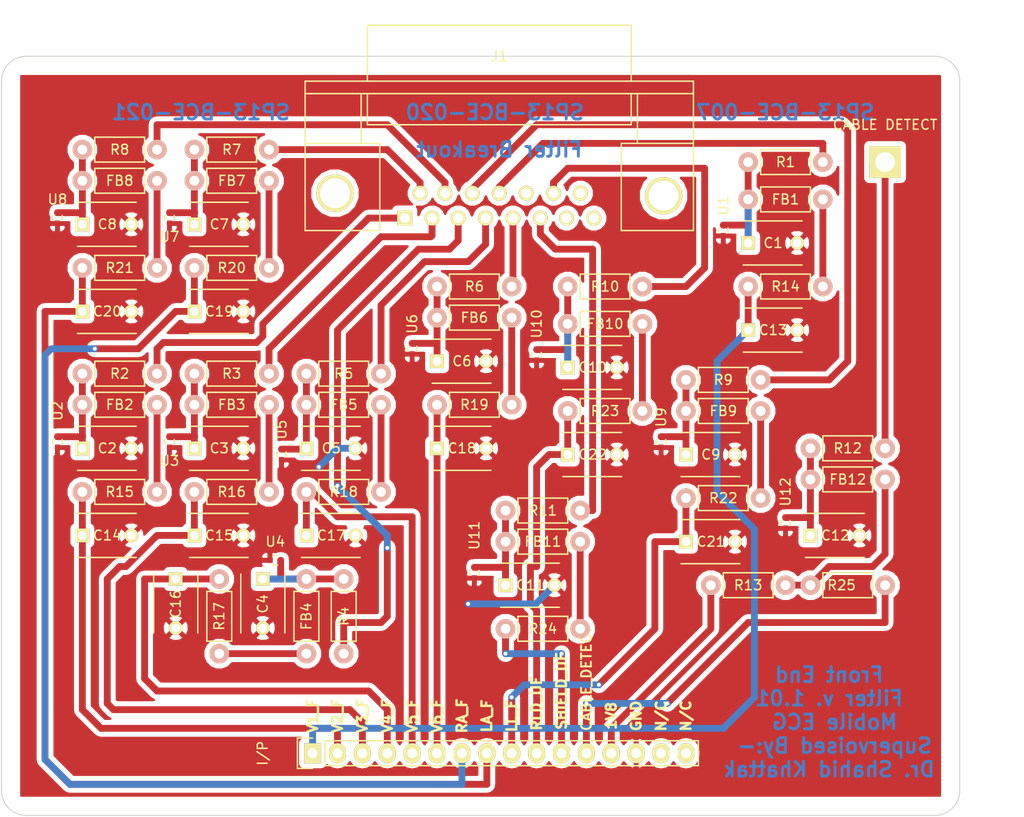
<source format=kicad_pcb>
(kicad_pcb (version 4) (host pcbnew 4.0.4+e1-6308~48~ubuntu16.04.1-stable)
  (title_block (title "MobilECG main PCB") (date 2015.10.01) (rev 1.0) (company "Peter Isza") (comment 1 "Licensed under Creative Commons Attribution-ShareAlike 4.0 International License"))
  (layers (0 Front signal) (31 Back power) (34 B.Paste user) (35 F.Paste user) (36 B.SilkS user) (37 F.SilkS user) (38 B.Mask user) (39 F.Mask user) (44 Edge.Cuts user))
  (net 0 "")
  (net 1 "Net-(C1-Pad1)")
  (net 2 GND)
  (net 3 "Net-(C2-Pad1)")
  (net 4 "Net-(C3-Pad1)")
  (net 5 "Net-(C5-Pad1)")
  (net 6 "Net-(C6-Pad1)")
  (net 7 "Net-(C7-Pad1)")
  (net 8 "Net-(C8-Pad1)")
  (net 9 "Net-(C9-Pad1)")
  (net 10 "Net-(C11-Pad1)")
  (net 11 RLD_UF)
  (net 12 V1_F)
  (net 13 V2_F)
  (net 14 V3_F)
  (net 15 V4_F)
  (net 16 V5_F)
  (net 17 V6_F)
  (net 18 RA_F)
  (net 19 LA_F)
  (net 20 LL_F)
  (net 21 +1V8)
  (net 22 "Net-(FB2-Pad2)")
  (net 23 "Net-(FB3-Pad2)")
  (net 24 "Net-(FB4-Pad2)")
  (net 25 "Net-(FB5-Pad2)")
  (net 26 "Net-(FB6-Pad2)")
  (net 27 "Net-(FB7-Pad2)")
  (net 28 "Net-(FB8-Pad2)")
  (net 29 "Net-(FB9-Pad2)")
  (net 30 "Net-(FB10-Pad2)")
  (net 31 "Net-(FB11-Pad2)")
  (net 32 V1)
  (net 33 V2)
  (net 34 V3)
  (net 35 V4)
  (net 36 V5)
  (net 37 V6)
  (net 38 RA)
  (net 39 LA)
  (net 40 LL)
  (net 41 RLD)
  (net 42 SHIELD)
  (net 43 DETECT)
  (net 44 SHIELD_UF)
  (net 45 CABLE_DETECT)
  (net 46 "Net-(C4-Pad1)")
  (net 47 "Net-(C10-Pad1)")
  (net 48 "Net-(C12-Pad1)")
  (net 49 "Net-(FB1-Pad2)")
  (net 50 "Net-(FB12-Pad1)")
  (net 51 "Net-(P2-Pad15)")
  (net 52 "Net-(P2-Pad16)")
  (net 53 "Net-(J1-Pad7)")
  (net 54 "Net-(J1-Pad8)")
  (net 55 "Net-(J1-Pad13)")
  (net 56 "Net-(J1-Pad15)")
  (module Capacitors_ThroughHole:C_Disc_D6_P5 (layer Front) (at 194.31 80.01)
    (fp_text reference C1 (at 2.54 0) (layer F.SilkS))
    (fp_text value 47pF)
    (pad 1 thru_hole rect (at 0 0) (size 1.4 1.4) (drill 0.9) (layers *.Cu *.Mask F.SilkS) (net 1 "Net-(C1-Pad1)"))
    (pad 2 thru_hole circle (at 5 0) (size 1.4 1.4) (drill 0.9) (layers *.Cu *.Mask F.SilkS) (net 2 GND))
  )
  (module Capacitors_ThroughHole:C_Disc_D6_P5 (layer Front) (at 126.365 100.965)
    (fp_text reference C2 (at 2.54 0) (layer F.SilkS))
    (fp_text value 47pF)
    (pad 1 thru_hole rect (at 0 0) (size 1.4 1.4) (drill 0.9) (layers *.Cu *.Mask F.SilkS) (net 3 "Net-(C2-Pad1)"))
    (pad 2 thru_hole circle (at 5 0) (size 1.4 1.4) (drill 0.9) (layers *.Cu *.Mask F.SilkS) (net 2 GND))
  )
  (module Capacitors_ThroughHole:C_Disc_D6_P5 (layer Front) (at 137.795 100.965)
    (fp_text reference C3 (at 2.54 0) (layer F.SilkS))
    (fp_text value 47pF)
    (pad 1 thru_hole rect (at 0 0) (size 1.4 1.4) (drill 0.9) (layers *.Cu *.Mask F.SilkS) (net 4 "Net-(C3-Pad1)"))
    (pad 2 thru_hole circle (at 5 0) (size 1.4 1.4) (drill 0.9) (layers *.Cu *.Mask F.SilkS) (net 2 GND))
  )
  (module Capacitors_ThroughHole:C_Disc_D6_P5 (layer Front) (at 144.78 114.3 270)
    (fp_text reference C4 (at 2.54 0 270) (layer F.SilkS))
    (fp_text value 47pF)
    (pad 1 thru_hole rect (at 0 0 270) (size 1.4 1.4) (drill 0.9) (layers *.Cu *.Mask F.SilkS) (net 46 "Net-(C4-Pad1)"))
    (pad 2 thru_hole circle (at 5 0 270) (size 1.4 1.4) (drill 0.9) (layers *.Cu *.Mask F.SilkS) (net 2 GND))
  )
  (module Capacitors_ThroughHole:C_Disc_D6_P5 (layer Front) (at 149.225 100.965)
    (fp_text reference C5 (at 2.54 0) (layer F.SilkS))
    (fp_text value 47pF)
    (pad 1 thru_hole rect (at 0 0) (size 1.4 1.4) (drill 0.9) (layers *.Cu *.Mask F.SilkS) (net 5 "Net-(C5-Pad1)"))
    (pad 2 thru_hole circle (at 5 0) (size 1.4 1.4) (drill 0.9) (layers *.Cu *.Mask F.SilkS) (net 2 GND))
  )
  (module Capacitors_ThroughHole:C_Disc_D6_P5 (layer Front) (at 162.56 92.075)
    (fp_text reference C6 (at 2.54 0) (layer F.SilkS))
    (fp_text value 47pF)
    (pad 1 thru_hole rect (at 0 0) (size 1.4 1.4) (drill 0.9) (layers *.Cu *.Mask F.SilkS) (net 6 "Net-(C6-Pad1)"))
    (pad 2 thru_hole circle (at 5 0) (size 1.4 1.4) (drill 0.9) (layers *.Cu *.Mask F.SilkS) (net 2 GND))
  )
  (module Capacitors_ThroughHole:C_Disc_D6_P5 (layer Front) (at 137.795 78.105)
    (fp_text reference C7 (at 2.54 0) (layer F.SilkS))
    (fp_text value 47pF)
    (pad 1 thru_hole rect (at 0 0) (size 1.4 1.4) (drill 0.9) (layers *.Cu *.Mask F.SilkS) (net 7 "Net-(C7-Pad1)"))
    (pad 2 thru_hole circle (at 5 0) (size 1.4 1.4) (drill 0.9) (layers *.Cu *.Mask F.SilkS) (net 2 GND))
  )
  (module Capacitors_ThroughHole:C_Disc_D6_P5 (layer Front) (at 126.365 78.105)
    (fp_text reference C8 (at 2.54 0) (layer F.SilkS))
    (fp_text value 47pF)
    (pad 1 thru_hole rect (at 0 0) (size 1.4 1.4) (drill 0.9) (layers *.Cu *.Mask F.SilkS) (net 8 "Net-(C8-Pad1)"))
    (pad 2 thru_hole circle (at 5 0) (size 1.4 1.4) (drill 0.9) (layers *.Cu *.Mask F.SilkS) (net 2 GND))
  )
  (module Capacitors_ThroughHole:C_Disc_D6_P5 (layer Front) (at 187.96 101.6)
    (fp_text reference C9 (at 2.54 0) (layer F.SilkS))
    (fp_text value 47pF)
    (pad 1 thru_hole rect (at 0 0) (size 1.4 1.4) (drill 0.9) (layers *.Cu *.Mask F.SilkS) (net 9 "Net-(C9-Pad1)"))
    (pad 2 thru_hole circle (at 5 0) (size 1.4 1.4) (drill 0.9) (layers *.Cu *.Mask F.SilkS) (net 2 GND))
  )
  (module Capacitors_ThroughHole:C_Disc_D6_P5 (layer Front) (at 175.895 92.71)
    (fp_text reference C10 (at 2.54 0) (layer F.SilkS))
    (fp_text value 47pF)
    (pad 1 thru_hole rect (at 0 0) (size 1.4 1.4) (drill 0.9) (layers *.Cu *.Mask F.SilkS) (net 47 "Net-(C10-Pad1)"))
    (pad 2 thru_hole circle (at 5 0) (size 1.4 1.4) (drill 0.9) (layers *.Cu *.Mask F.SilkS) (net 2 GND))
  )
  (module Capacitors_ThroughHole:C_Disc_D6_P5 (layer Front) (at 169.545 114.935)
    (fp_text reference C11 (at 2.54 0) (layer F.SilkS))
    (fp_text value 47pF)
    (pad 1 thru_hole rect (at 0 0) (size 1.4 1.4) (drill 0.9) (layers *.Cu *.Mask F.SilkS) (net 10 "Net-(C11-Pad1)"))
    (pad 2 thru_hole circle (at 5 0) (size 1.4 1.4) (drill 0.9) (layers *.Cu *.Mask F.SilkS) (net 2 GND))
  )
  (module Capacitors_ThroughHole:C_Disc_D6_P5 (layer Front) (at 200.66 109.855)
    (fp_text reference C12 (at 2.54 0) (layer F.SilkS))
    (fp_text value 47pF)
    (pad 1 thru_hole rect (at 0 0) (size 1.4 1.4) (drill 0.9) (layers *.Cu *.Mask F.SilkS) (net 48 "Net-(C12-Pad1)"))
    (pad 2 thru_hole circle (at 5 0) (size 1.4 1.4) (drill 0.9) (layers *.Cu *.Mask F.SilkS) (net 2 GND))
  )
  (module Capacitors_ThroughHole:C_Disc_D6_P5 (layer Front) (at 194.31 88.9)
    (fp_text reference C13 (at 2.54 0) (layer F.SilkS))
    (fp_text value 47pF)
    (pad 1 thru_hole rect (at 0 0) (size 1.4 1.4) (drill 0.9) (layers *.Cu *.Mask F.SilkS) (net 12 V1_F))
    (pad 2 thru_hole circle (at 5 0) (size 1.4 1.4) (drill 0.9) (layers *.Cu *.Mask F.SilkS) (net 2 GND))
  )
  (module Capacitors_ThroughHole:C_Disc_D6_P5 (layer Front) (at 126.365 109.855)
    (fp_text reference C14 (at 2.54 0) (layer F.SilkS))
    (fp_text value 47pF)
    (pad 1 thru_hole rect (at 0 0) (size 1.4 1.4) (drill 0.9) (layers *.Cu *.Mask F.SilkS) (net 13 V2_F))
    (pad 2 thru_hole circle (at 5 0) (size 1.4 1.4) (drill 0.9) (layers *.Cu *.Mask F.SilkS) (net 2 GND))
  )
  (module Capacitors_ThroughHole:C_Disc_D6_P5 (layer Front) (at 137.795 109.855)
    (fp_text reference C15 (at 2.54 0) (layer F.SilkS))
    (fp_text value 47pF)
    (pad 1 thru_hole rect (at 0 0) (size 1.4 1.4) (drill 0.9) (layers *.Cu *.Mask F.SilkS) (net 14 V3_F))
    (pad 2 thru_hole circle (at 5 0) (size 1.4 1.4) (drill 0.9) (layers *.Cu *.Mask F.SilkS) (net 2 GND))
  )
  (module Capacitors_ThroughHole:C_Disc_D6_P5 (layer Front) (at 135.89 114.3 270)
    (fp_text reference C16 (at 2.54 0 270) (layer F.SilkS))
    (fp_text value 47pF)
    (pad 1 thru_hole rect (at 0 0 270) (size 1.4 1.4) (drill 0.9) (layers *.Cu *.Mask F.SilkS) (net 15 V4_F))
    (pad 2 thru_hole circle (at 5 0 270) (size 1.4 1.4) (drill 0.9) (layers *.Cu *.Mask F.SilkS) (net 2 GND))
  )
  (module Capacitors_ThroughHole:C_Disc_D6_P5 (layer Front) (at 149.225 109.855)
    (fp_text reference C17 (at 2.54 0) (layer F.SilkS))
    (fp_text value 47pF)
    (pad 1 thru_hole rect (at 0 0) (size 1.4 1.4) (drill 0.9) (layers *.Cu *.Mask F.SilkS) (net 16 V5_F))
    (pad 2 thru_hole circle (at 5 0) (size 1.4 1.4) (drill 0.9) (layers *.Cu *.Mask F.SilkS) (net 2 GND))
  )
  (module Capacitors_ThroughHole:C_Disc_D6_P5 (layer Front) (at 162.56 100.965)
    (fp_text reference C18 (at 2.54 0) (layer F.SilkS))
    (fp_text value 47pF)
    (pad 1 thru_hole rect (at 0 0) (size 1.4 1.4) (drill 0.9) (layers *.Cu *.Mask F.SilkS) (net 17 V6_F))
    (pad 2 thru_hole circle (at 5 0) (size 1.4 1.4) (drill 0.9) (layers *.Cu *.Mask F.SilkS) (net 2 GND))
  )
  (module Capacitors_ThroughHole:C_Disc_D6_P5 (layer Front) (at 137.795 86.995)
    (fp_text reference C19 (at 2.54 0) (layer F.SilkS))
    (fp_text value 47pF)
    (pad 1 thru_hole rect (at 0 0) (size 1.4 1.4) (drill 0.9) (layers *.Cu *.Mask F.SilkS) (net 18 RA_F))
    (pad 2 thru_hole circle (at 5 0) (size 1.4 1.4) (drill 0.9) (layers *.Cu *.Mask F.SilkS) (net 2 GND))
  )
  (module Capacitors_ThroughHole:C_Disc_D6_P5 (layer Front) (at 126.365 86.995)
    (fp_text reference C20 (at 2.54 0) (layer F.SilkS))
    (fp_text value 47pF)
    (pad 1 thru_hole rect (at 0 0) (size 1.4 1.4) (drill 0.9) (layers *.Cu *.Mask F.SilkS) (net 19 LA_F))
    (pad 2 thru_hole circle (at 5 0) (size 1.4 1.4) (drill 0.9) (layers *.Cu *.Mask F.SilkS) (net 2 GND))
  )
  (module Capacitors_ThroughHole:C_Disc_D6_P5 (layer Front) (at 187.96 110.49)
    (fp_text reference C21 (at 2.54 0) (layer F.SilkS))
    (fp_text value 47pF)
    (pad 1 thru_hole rect (at 0 0) (size 1.4 1.4) (drill 0.9) (layers *.Cu *.Mask F.SilkS) (net 20 LL_F))
    (pad 2 thru_hole circle (at 5 0) (size 1.4 1.4) (drill 0.9) (layers *.Cu *.Mask F.SilkS) (net 2 GND))
  )
  (module Capacitors_ThroughHole:C_Disc_D6_P5 (layer Front) (at 175.895 101.6)
    (fp_text reference C22 (at 2.54 0) (layer F.SilkS))
    (fp_text value 47pF)
    (pad 1 thru_hole rect (at 0 0) (size 1.4 1.4) (drill 0.9) (layers *.Cu *.Mask F.SilkS) (net 11 RLD_UF))
    (pad 2 thru_hole circle (at 5 0) (size 1.4 1.4) (drill 0.9) (layers *.Cu *.Mask F.SilkS) (net 2 GND))
  )
  (module Resistors_ThroughHole:Resistor_Horizontal_RM7mm (layer Front) (at 194.31 75.565)
    (fp_text reference FB1 (at 3.81 0) (layer F.SilkS))
    (fp_text value FILTER)
    (pad 1 thru_hole circle (at 0 0) (size 1.99898 1.99898) (drill 1.00076) (layers *.Cu *.SilkS *.Mask) (net 1 "Net-(C1-Pad1)"))
    (pad 2 thru_hole circle (at 7.62 0) (size 1.99898 1.99898) (drill 1.00076) (layers *.Cu *.SilkS *.Mask) (net 49 "Net-(FB1-Pad2)"))
  )
  (module Resistors_ThroughHole:Resistor_Horizontal_RM7mm (layer Front) (at 126.365 96.52)
    (fp_text reference FB2 (at 3.81 0) (layer F.SilkS))
    (fp_text value FILTER)
    (pad 1 thru_hole circle (at 0 0) (size 1.99898 1.99898) (drill 1.00076) (layers *.Cu *.SilkS *.Mask) (net 3 "Net-(C2-Pad1)"))
    (pad 2 thru_hole circle (at 7.62 0) (size 1.99898 1.99898) (drill 1.00076) (layers *.Cu *.SilkS *.Mask) (net 22 "Net-(FB2-Pad2)"))
  )
  (module Resistors_ThroughHole:Resistor_Horizontal_RM7mm (layer Front) (at 137.795 96.52)
    (fp_text reference FB3 (at 3.81 0) (layer F.SilkS))
    (fp_text value FILTER)
    (pad 1 thru_hole circle (at 0 0) (size 1.99898 1.99898) (drill 1.00076) (layers *.Cu *.SilkS *.Mask) (net 4 "Net-(C3-Pad1)"))
    (pad 2 thru_hole circle (at 7.62 0) (size 1.99898 1.99898) (drill 1.00076) (layers *.Cu *.SilkS *.Mask) (net 23 "Net-(FB3-Pad2)"))
  )
  (module Resistors_ThroughHole:Resistor_Horizontal_RM7mm (layer Front) (at 149.225 114.3 270)
    (fp_text reference FB4 (at 3.81 0 270) (layer F.SilkS))
    (fp_text value FILTER)
    (pad 1 thru_hole circle (at 0 0 270) (size 1.99898 1.99898) (drill 1.00076) (layers *.Cu *.SilkS *.Mask) (net 46 "Net-(C4-Pad1)"))
    (pad 2 thru_hole circle (at 7.62 0 270) (size 1.99898 1.99898) (drill 1.00076) (layers *.Cu *.SilkS *.Mask) (net 24 "Net-(FB4-Pad2)"))
  )
  (module Resistors_ThroughHole:Resistor_Horizontal_RM7mm (layer Front) (at 149.225 96.52)
    (fp_text reference FB5 (at 3.81 0) (layer F.SilkS))
    (fp_text value FILTER)
    (pad 1 thru_hole circle (at 0 0) (size 1.99898 1.99898) (drill 1.00076) (layers *.Cu *.SilkS *.Mask) (net 5 "Net-(C5-Pad1)"))
    (pad 2 thru_hole circle (at 7.62 0) (size 1.99898 1.99898) (drill 1.00076) (layers *.Cu *.SilkS *.Mask) (net 25 "Net-(FB5-Pad2)"))
  )
  (module Resistors_ThroughHole:Resistor_Horizontal_RM7mm (layer Front) (at 162.56 87.63)
    (fp_text reference FB6 (at 3.81 0) (layer F.SilkS))
    (fp_text value FILTER)
    (pad 1 thru_hole circle (at 0 0) (size 1.99898 1.99898) (drill 1.00076) (layers *.Cu *.SilkS *.Mask) (net 6 "Net-(C6-Pad1)"))
    (pad 2 thru_hole circle (at 7.62 0) (size 1.99898 1.99898) (drill 1.00076) (layers *.Cu *.SilkS *.Mask) (net 26 "Net-(FB6-Pad2)"))
  )
  (module Resistors_ThroughHole:Resistor_Horizontal_RM7mm (layer Front) (at 137.795 73.66)
    (fp_text reference FB7 (at 3.81 0) (layer F.SilkS))
    (fp_text value FILTER)
    (pad 1 thru_hole circle (at 0 0) (size 1.99898 1.99898) (drill 1.00076) (layers *.Cu *.SilkS *.Mask) (net 7 "Net-(C7-Pad1)"))
    (pad 2 thru_hole circle (at 7.62 0) (size 1.99898 1.99898) (drill 1.00076) (layers *.Cu *.SilkS *.Mask) (net 27 "Net-(FB7-Pad2)"))
  )
  (module Resistors_ThroughHole:Resistor_Horizontal_RM7mm (layer Front) (at 126.365 73.66)
    (fp_text reference FB8 (at 3.81 0) (layer F.SilkS))
    (fp_text value FILTER)
    (pad 1 thru_hole circle (at 0 0) (size 1.99898 1.99898) (drill 1.00076) (layers *.Cu *.SilkS *.Mask) (net 8 "Net-(C8-Pad1)"))
    (pad 2 thru_hole circle (at 7.62 0) (size 1.99898 1.99898) (drill 1.00076) (layers *.Cu *.SilkS *.Mask) (net 28 "Net-(FB8-Pad2)"))
  )
  (module Resistors_ThroughHole:Resistor_Horizontal_RM7mm (layer Front) (at 187.96 97.155)
    (fp_text reference FB9 (at 3.81 0) (layer F.SilkS))
    (fp_text value FILTER)
    (pad 1 thru_hole circle (at 0 0) (size 1.99898 1.99898) (drill 1.00076) (layers *.Cu *.SilkS *.Mask) (net 9 "Net-(C9-Pad1)"))
    (pad 2 thru_hole circle (at 7.62 0) (size 1.99898 1.99898) (drill 1.00076) (layers *.Cu *.SilkS *.Mask) (net 29 "Net-(FB9-Pad2)"))
  )
  (module Resistors_ThroughHole:Resistor_Horizontal_RM7mm (layer Front) (at 175.895 88.265)
    (fp_text reference FB10 (at 3.81 0) (layer F.SilkS))
    (fp_text value FILTER)
    (pad 1 thru_hole circle (at 0 0) (size 1.99898 1.99898) (drill 1.00076) (layers *.Cu *.SilkS *.Mask) (net 47 "Net-(C10-Pad1)"))
    (pad 2 thru_hole circle (at 7.62 0) (size 1.99898 1.99898) (drill 1.00076) (layers *.Cu *.SilkS *.Mask) (net 30 "Net-(FB10-Pad2)"))
  )
  (module Resistors_ThroughHole:Resistor_Horizontal_RM7mm (layer Front) (at 169.545 110.49)
    (fp_text reference FB11 (at 3.81 0) (layer F.SilkS))
    (fp_text value FILTER)
    (pad 1 thru_hole circle (at 0 0) (size 1.99898 1.99898) (drill 1.00076) (layers *.Cu *.SilkS *.Mask) (net 10 "Net-(C11-Pad1)"))
    (pad 2 thru_hole circle (at 7.62 0) (size 1.99898 1.99898) (drill 1.00076) (layers *.Cu *.SilkS *.Mask) (net 31 "Net-(FB11-Pad2)"))
  )
  (module Resistors_ThroughHole:Resistor_Horizontal_RM7mm (layer Front) (at 208.28 104.14 180)
    (fp_text reference FB12 (at 3.81 0 180) (layer F.SilkS))
    (fp_text value FILTER)
    (pad 1 thru_hole circle (at 0 0 180) (size 1.99898 1.99898) (drill 1.00076) (layers *.Cu *.SilkS *.Mask) (net 50 "Net-(FB12-Pad1)"))
    (pad 2 thru_hole circle (at 7.62 0 180) (size 1.99898 1.99898) (drill 1.00076) (layers *.Cu *.SilkS *.Mask) (net 48 "Net-(C12-Pad1)"))
  )
  (module Connect:DB15FC (layer Front) (at 168.91 76.2)
    (fp_text reference J1 (at 0 -15.24) (layer F.SilkS))
    (fp_text value DB15)
    (pad "" thru_hole circle (at 16.764 -1.016) (size 3.81 3.81) (drill 3.048) (layers *.Cu *.Mask F.SilkS))
    (pad "" thru_hole circle (at -16.764 -1.27) (size 3.81 3.81) (drill 3.048) (layers *.Cu *.Mask F.SilkS))
    (pad 1 thru_hole rect (at -9.652 1.27) (size 1.524 1.524) (drill 1.016) (layers *.Cu *.Mask F.SilkS) (net 33 V2))
    (pad 2 thru_hole circle (at -6.858 1.27) (size 1.524 1.524) (drill 1.016) (layers *.Cu *.Mask F.SilkS) (net 34 V3))
    (pad 3 thru_hole circle (at -4.191 1.27) (size 1.524 1.524) (drill 1.016) (layers *.Cu *.Mask F.SilkS) (net 35 V4))
    (pad 4 thru_hole circle (at -1.397 1.27) (size 1.524 1.524) (drill 1.016) (layers *.Cu *.Mask F.SilkS) (net 36 V5))
    (pad 5 thru_hole circle (at 1.397 1.27) (size 1.524 1.524) (drill 1.016) (layers *.Cu *.Mask F.SilkS) (net 37 V6))
    (pad 6 thru_hole circle (at 4.191 1.27) (size 1.524 1.524) (drill 1.016) (layers *.Cu *.Mask F.SilkS) (net 42 SHIELD))
    (pad 7 thru_hole circle (at 6.858 1.27) (size 1.524 1.524) (drill 1.016) (layers *.Cu *.Mask F.SilkS) (net 53 "Net-(J1-Pad7)"))
    (pad 8 thru_hole circle (at 9.652 1.27) (size 1.524 1.524) (drill 1.016) (layers *.Cu *.Mask F.SilkS) (net 54 "Net-(J1-Pad8)"))
    (pad 9 thru_hole circle (at -8.0772 -1.27) (size 1.524 1.524) (drill 1.016) (layers *.Cu *.Mask F.SilkS) (net 38 RA))
    (pad 10 thru_hole circle (at -5.5372 -1.27) (size 1.524 1.524) (drill 1.016) (layers *.Cu *.Mask F.SilkS) (net 39 LA))
    (pad 11 thru_hole circle (at -2.7432 -1.27) (size 1.524 1.524) (drill 1.016) (layers *.Cu *.Mask F.SilkS) (net 40 LL))
    (pad 12 thru_hole circle (at 0 -1.27) (size 1.524 1.524) (drill 1.016) (layers *.Cu *.Mask F.SilkS) (net 32 V1))
    (pad 13 thru_hole circle (at 2.7432 -1.27) (size 1.524 1.524) (drill 1.016) (layers *.Cu *.Mask F.SilkS) (net 55 "Net-(J1-Pad13)"))
    (pad 14 thru_hole circle (at 5.5372 -1.27) (size 1.524 1.524) (drill 1.016) (layers *.Cu *.Mask F.SilkS) (net 41 RLD))
    (pad 15 thru_hole circle (at 8.2804 -1.27) (size 1.524 1.524) (drill 1.016) (layers *.Cu *.Mask F.SilkS) (net 56 "Net-(J1-Pad15)"))
  )
  (module Pin_Headers:Pin_Header_Straight_1x01 (layer Front) (at 208.28 71.755)
    (fp_text reference "CABLE DETECT" (at 0 -3.81) (layer F.SilkS))
    (fp_text value CONN_01X01)
    (pad 1 thru_hole rect (at 0 0) (size 3.2352 3.2352) (drill 2) (layers *.Cu *.Mask F.SilkS) (net 43 DETECT))
  )
  (module Pin_Headers:Pin_Header_Straight_1x16 (layer Front) (at 149.86 132.08 90)
    (fp_text reference I/P (at 0 -5.1 90) (layer F.SilkS))
    (fp_text value CONN_01X16)
    (pad 1 thru_hole rect (at 0 0 90) (size 2.032 1.7272) (drill 1.016) (layers *.Cu *.Mask F.SilkS) (net 12 V1_F))
    (pad 2 thru_hole oval (at 0 2.54 90) (size 2.032 1.7272) (drill 1.016) (layers *.Cu *.Mask F.SilkS) (net 13 V2_F))
    (pad 3 thru_hole oval (at 0 5.08 90) (size 2.032 1.7272) (drill 1.016) (layers *.Cu *.Mask F.SilkS) (net 14 V3_F))
    (pad 4 thru_hole oval (at 0 7.62 90) (size 2.032 1.7272) (drill 1.016) (layers *.Cu *.Mask F.SilkS) (net 15 V4_F))
    (pad 5 thru_hole oval (at 0 10.16 90) (size 2.032 1.7272) (drill 1.016) (layers *.Cu *.Mask F.SilkS) (net 16 V5_F))
    (pad 6 thru_hole oval (at 0 12.7 90) (size 2.032 1.7272) (drill 1.016) (layers *.Cu *.Mask F.SilkS) (net 17 V6_F))
    (pad 7 thru_hole oval (at 0 15.24 90) (size 2.032 1.7272) (drill 1.016) (layers *.Cu *.Mask F.SilkS) (net 18 RA_F))
    (pad 8 thru_hole oval (at 0 17.78 90) (size 2.032 1.7272) (drill 1.016) (layers *.Cu *.Mask F.SilkS) (net 19 LA_F))
    (pad 9 thru_hole oval (at 0 20.32 90) (size 2.032 1.7272) (drill 1.016) (layers *.Cu *.Mask F.SilkS) (net 20 LL_F))
    (pad 10 thru_hole oval (at 0 22.86 90) (size 2.032 1.7272) (drill 1.016) (layers *.Cu *.Mask F.SilkS) (net 11 RLD_UF))
    (pad 11 thru_hole oval (at 0 25.4 90) (size 2.032 1.7272) (drill 1.016) (layers *.Cu *.Mask F.SilkS) (net 44 SHIELD_UF))
    (pad 12 thru_hole oval (at 0 27.94 90) (size 2.032 1.7272) (drill 1.016) (layers *.Cu *.Mask F.SilkS) (net 45 CABLE_DETECT))
    (pad 13 thru_hole oval (at 0 30.48 90) (size 2.032 1.7272) (drill 1.016) (layers *.Cu *.Mask F.SilkS) (net 21 +1V8))
    (pad 14 thru_hole oval (at 0 33.02 90) (size 2.032 1.7272) (drill 1.016) (layers *.Cu *.Mask F.SilkS) (net 2 GND))
    (pad 15 thru_hole oval (at 0 35.56 90) (size 2.032 1.7272) (drill 1.016) (layers *.Cu *.Mask F.SilkS) (net 51 "Net-(P2-Pad15)"))
    (pad 16 thru_hole oval (at 0 38.1 90) (size 2.032 1.7272) (drill 1.016) (layers *.Cu *.Mask F.SilkS) (net 52 "Net-(P2-Pad16)"))
  )
  (module Resistors_ThroughHole:Resistor_Horizontal_RM7mm (layer Front) (at 194.31 71.755)
    (fp_text reference R1 (at 3.81 0) (layer F.SilkS))
    (fp_text value 470)
    (pad 1 thru_hole circle (at 0 0) (size 1.99898 1.99898) (drill 1.00076) (layers *.Cu *.SilkS *.Mask) (net 1 "Net-(C1-Pad1)"))
    (pad 2 thru_hole circle (at 7.62 0) (size 1.99898 1.99898) (drill 1.00076) (layers *.Cu *.SilkS *.Mask) (net 32 V1))
  )
  (module Resistors_ThroughHole:Resistor_Horizontal_RM7mm (layer Front) (at 126.365 93.345)
    (fp_text reference R2 (at 3.81 0) (layer F.SilkS))
    (fp_text value 470)
    (pad 1 thru_hole circle (at 0 0) (size 1.99898 1.99898) (drill 1.00076) (layers *.Cu *.SilkS *.Mask) (net 3 "Net-(C2-Pad1)"))
    (pad 2 thru_hole circle (at 7.62 0) (size 1.99898 1.99898) (drill 1.00076) (layers *.Cu *.SilkS *.Mask) (net 33 V2))
  )
  (module Resistors_ThroughHole:Resistor_Horizontal_RM7mm (layer Front) (at 137.795 93.345)
    (fp_text reference R3 (at 3.81 0) (layer F.SilkS))
    (fp_text value 470)
    (pad 1 thru_hole circle (at 0 0) (size 1.99898 1.99898) (drill 1.00076) (layers *.Cu *.SilkS *.Mask) (net 4 "Net-(C3-Pad1)"))
    (pad 2 thru_hole circle (at 7.62 0) (size 1.99898 1.99898) (drill 1.00076) (layers *.Cu *.SilkS *.Mask) (net 34 V3))
  )
  (module Resistors_ThroughHole:Resistor_Horizontal_RM7mm (layer Front) (at 153.035 114.3 270)
    (fp_text reference R4 (at 3.81 0 270) (layer F.SilkS))
    (fp_text value 470)
    (pad 1 thru_hole circle (at 0 0 270) (size 1.99898 1.99898) (drill 1.00076) (layers *.Cu *.SilkS *.Mask) (net 46 "Net-(C4-Pad1)"))
    (pad 2 thru_hole circle (at 7.62 0 270) (size 1.99898 1.99898) (drill 1.00076) (layers *.Cu *.SilkS *.Mask) (net 35 V4))
  )
  (module Resistors_ThroughHole:Resistor_Horizontal_RM7mm (layer Front) (at 149.225 93.345)
    (fp_text reference R5 (at 3.81 0) (layer F.SilkS))
    (fp_text value 470)
    (pad 1 thru_hole circle (at 0 0) (size 1.99898 1.99898) (drill 1.00076) (layers *.Cu *.SilkS *.Mask) (net 5 "Net-(C5-Pad1)"))
    (pad 2 thru_hole circle (at 7.62 0) (size 1.99898 1.99898) (drill 1.00076) (layers *.Cu *.SilkS *.Mask) (net 36 V5))
  )
  (module Resistors_ThroughHole:Resistor_Horizontal_RM7mm (layer Front) (at 162.56 84.455)
    (fp_text reference R6 (at 3.81 0) (layer F.SilkS))
    (fp_text value 470)
    (pad 1 thru_hole circle (at 0 0) (size 1.99898 1.99898) (drill 1.00076) (layers *.Cu *.SilkS *.Mask) (net 6 "Net-(C6-Pad1)"))
    (pad 2 thru_hole circle (at 7.62 0) (size 1.99898 1.99898) (drill 1.00076) (layers *.Cu *.SilkS *.Mask) (net 37 V6))
  )
  (module Resistors_ThroughHole:Resistor_Horizontal_RM7mm (layer Front) (at 137.795 70.485)
    (fp_text reference R7 (at 3.81 0) (layer F.SilkS))
    (fp_text value 470)
    (pad 1 thru_hole circle (at 0 0) (size 1.99898 1.99898) (drill 1.00076) (layers *.Cu *.SilkS *.Mask) (net 7 "Net-(C7-Pad1)"))
    (pad 2 thru_hole circle (at 7.62 0) (size 1.99898 1.99898) (drill 1.00076) (layers *.Cu *.SilkS *.Mask) (net 38 RA))
  )
  (module Resistors_ThroughHole:Resistor_Horizontal_RM7mm (layer Front) (at 126.365 70.485)
    (fp_text reference R8 (at 3.81 0) (layer F.SilkS))
    (fp_text value 470)
    (pad 1 thru_hole circle (at 0 0) (size 1.99898 1.99898) (drill 1.00076) (layers *.Cu *.SilkS *.Mask) (net 8 "Net-(C8-Pad1)"))
    (pad 2 thru_hole circle (at 7.62 0) (size 1.99898 1.99898) (drill 1.00076) (layers *.Cu *.SilkS *.Mask) (net 39 LA))
  )
  (module Resistors_ThroughHole:Resistor_Horizontal_RM7mm (layer Front) (at 187.96 93.98)
    (fp_text reference R9 (at 3.81 0) (layer F.SilkS))
    (fp_text value 470)
    (pad 1 thru_hole circle (at 0 0) (size 1.99898 1.99898) (drill 1.00076) (layers *.Cu *.SilkS *.Mask) (net 9 "Net-(C9-Pad1)"))
    (pad 2 thru_hole circle (at 7.62 0) (size 1.99898 1.99898) (drill 1.00076) (layers *.Cu *.SilkS *.Mask) (net 40 LL))
  )
  (module Resistors_ThroughHole:Resistor_Horizontal_RM7mm (layer Front) (at 175.895 84.455)
    (fp_text reference R10 (at 3.81 0) (layer F.SilkS))
    (fp_text value 470)
    (pad 1 thru_hole circle (at 0 0) (size 1.99898 1.99898) (drill 1.00076) (layers *.Cu *.SilkS *.Mask) (net 47 "Net-(C10-Pad1)"))
    (pad 2 thru_hole circle (at 7.62 0) (size 1.99898 1.99898) (drill 1.00076) (layers *.Cu *.SilkS *.Mask) (net 41 RLD))
  )
  (module Resistors_ThroughHole:Resistor_Horizontal_RM7mm (layer Front) (at 169.545 107.315)
    (fp_text reference R11 (at 3.81 0) (layer F.SilkS))
    (fp_text value 470)
    (pad 1 thru_hole circle (at 0 0) (size 1.99898 1.99898) (drill 1.00076) (layers *.Cu *.SilkS *.Mask) (net 10 "Net-(C11-Pad1)"))
    (pad 2 thru_hole circle (at 7.62 0) (size 1.99898 1.99898) (drill 1.00076) (layers *.Cu *.SilkS *.Mask) (net 42 SHIELD))
  )
  (module Resistors_ThroughHole:Resistor_Horizontal_RM7mm (layer Front) (at 200.66 100.965)
    (fp_text reference R12 (at 3.81 0) (layer F.SilkS))
    (fp_text value 470)
    (pad 1 thru_hole circle (at 0 0) (size 1.99898 1.99898) (drill 1.00076) (layers *.Cu *.SilkS *.Mask) (net 48 "Net-(C12-Pad1)"))
    (pad 2 thru_hole circle (at 7.62 0) (size 1.99898 1.99898) (drill 1.00076) (layers *.Cu *.SilkS *.Mask) (net 43 DETECT))
  )
  (module Resistors_ThroughHole:Resistor_Horizontal_RM7mm (layer Front) (at 190.5 114.935)
    (fp_text reference R13 (at 3.81 0) (layer F.SilkS))
    (fp_text value 100k)
    (pad 1 thru_hole circle (at 0 0) (size 1.99898 1.99898) (drill 1.00076) (layers *.Cu *.SilkS *.Mask) (net 21 +1V8))
    (pad 2 thru_hole circle (at 7.62 0) (size 1.99898 1.99898) (drill 1.00076) (layers *.Cu *.SilkS *.Mask) (net 50 "Net-(FB12-Pad1)"))
  )
  (module Resistors_ThroughHole:Resistor_Horizontal_RM7mm (layer Front) (at 194.31 84.455)
    (fp_text reference R14 (at 3.81 0) (layer F.SilkS))
    (fp_text value 10k)
    (pad 1 thru_hole circle (at 0 0) (size 1.99898 1.99898) (drill 1.00076) (layers *.Cu *.SilkS *.Mask) (net 12 V1_F))
    (pad 2 thru_hole circle (at 7.62 0) (size 1.99898 1.99898) (drill 1.00076) (layers *.Cu *.SilkS *.Mask) (net 49 "Net-(FB1-Pad2)"))
  )
  (module Resistors_ThroughHole:Resistor_Horizontal_RM7mm (layer Front) (at 126.365 105.41)
    (fp_text reference R15 (at 3.81 0) (layer F.SilkS))
    (fp_text value 10k)
    (pad 1 thru_hole circle (at 0 0) (size 1.99898 1.99898) (drill 1.00076) (layers *.Cu *.SilkS *.Mask) (net 13 V2_F))
    (pad 2 thru_hole circle (at 7.62 0) (size 1.99898 1.99898) (drill 1.00076) (layers *.Cu *.SilkS *.Mask) (net 22 "Net-(FB2-Pad2)"))
  )
  (module Resistors_ThroughHole:Resistor_Horizontal_RM7mm (layer Front) (at 137.795 105.41)
    (fp_text reference R16 (at 3.81 0) (layer F.SilkS))
    (fp_text value 10k)
    (pad 1 thru_hole circle (at 0 0) (size 1.99898 1.99898) (drill 1.00076) (layers *.Cu *.SilkS *.Mask) (net 14 V3_F))
    (pad 2 thru_hole circle (at 7.62 0) (size 1.99898 1.99898) (drill 1.00076) (layers *.Cu *.SilkS *.Mask) (net 23 "Net-(FB3-Pad2)"))
  )
  (module Resistors_ThroughHole:Resistor_Horizontal_RM7mm (layer Front) (at 140.335 114.3 270)
    (fp_text reference R17 (at 3.81 0 270) (layer F.SilkS))
    (fp_text value 10k)
    (pad 1 thru_hole circle (at 0 0 270) (size 1.99898 1.99898) (drill 1.00076) (layers *.Cu *.SilkS *.Mask) (net 15 V4_F))
    (pad 2 thru_hole circle (at 7.62 0 270) (size 1.99898 1.99898) (drill 1.00076) (layers *.Cu *.SilkS *.Mask) (net 24 "Net-(FB4-Pad2)"))
  )
  (module Resistors_ThroughHole:Resistor_Horizontal_RM7mm (layer Front) (at 149.225 105.41)
    (fp_text reference R18 (at 3.81 0) (layer F.SilkS))
    (fp_text value 10k)
    (pad 1 thru_hole circle (at 0 0) (size 1.99898 1.99898) (drill 1.00076) (layers *.Cu *.SilkS *.Mask) (net 16 V5_F))
    (pad 2 thru_hole circle (at 7.62 0) (size 1.99898 1.99898) (drill 1.00076) (layers *.Cu *.SilkS *.Mask) (net 25 "Net-(FB5-Pad2)"))
  )
  (module Resistors_ThroughHole:Resistor_Horizontal_RM7mm (layer Front) (at 162.56 96.52)
    (fp_text reference R19 (at 3.81 0) (layer F.SilkS))
    (fp_text value 10k)
    (pad 1 thru_hole circle (at 0 0) (size 1.99898 1.99898) (drill 1.00076) (layers *.Cu *.SilkS *.Mask) (net 17 V6_F))
    (pad 2 thru_hole circle (at 7.62 0) (size 1.99898 1.99898) (drill 1.00076) (layers *.Cu *.SilkS *.Mask) (net 26 "Net-(FB6-Pad2)"))
  )
  (module Resistors_ThroughHole:Resistor_Horizontal_RM7mm (layer Front) (at 137.795 82.55)
    (fp_text reference R20 (at 3.81 0) (layer F.SilkS))
    (fp_text value 10k)
    (pad 1 thru_hole circle (at 0 0) (size 1.99898 1.99898) (drill 1.00076) (layers *.Cu *.SilkS *.Mask) (net 18 RA_F))
    (pad 2 thru_hole circle (at 7.62 0) (size 1.99898 1.99898) (drill 1.00076) (layers *.Cu *.SilkS *.Mask) (net 27 "Net-(FB7-Pad2)"))
  )
  (module Resistors_ThroughHole:Resistor_Horizontal_RM7mm (layer Front) (at 126.365 82.55)
    (fp_text reference R21 (at 3.81 0) (layer F.SilkS))
    (fp_text value 10k)
    (pad 1 thru_hole circle (at 0 0) (size 1.99898 1.99898) (drill 1.00076) (layers *.Cu *.SilkS *.Mask) (net 19 LA_F))
    (pad 2 thru_hole circle (at 7.62 0) (size 1.99898 1.99898) (drill 1.00076) (layers *.Cu *.SilkS *.Mask) (net 28 "Net-(FB8-Pad2)"))
  )
  (module Resistors_ThroughHole:Resistor_Horizontal_RM7mm (layer Front) (at 187.96 106.045)
    (fp_text reference R22 (at 3.81 0) (layer F.SilkS))
    (fp_text value 10k)
    (pad 1 thru_hole circle (at 0 0) (size 1.99898 1.99898) (drill 1.00076) (layers *.Cu *.SilkS *.Mask) (net 20 LL_F))
    (pad 2 thru_hole circle (at 7.62 0) (size 1.99898 1.99898) (drill 1.00076) (layers *.Cu *.SilkS *.Mask) (net 29 "Net-(FB9-Pad2)"))
  )
  (module Resistors_ThroughHole:Resistor_Horizontal_RM7mm (layer Front) (at 175.895 97.155)
    (fp_text reference R23 (at 3.81 0) (layer F.SilkS))
    (fp_text value 10k)
    (pad 1 thru_hole circle (at 0 0) (size 1.99898 1.99898) (drill 1.00076) (layers *.Cu *.SilkS *.Mask) (net 11 RLD_UF))
    (pad 2 thru_hole circle (at 7.62 0) (size 1.99898 1.99898) (drill 1.00076) (layers *.Cu *.SilkS *.Mask) (net 30 "Net-(FB10-Pad2)"))
  )
  (module Resistors_ThroughHole:Resistor_Horizontal_RM7mm (layer Front) (at 169.545 119.38)
    (fp_text reference R24 (at 3.81 0) (layer F.SilkS))
    (fp_text value 470)
    (pad 1 thru_hole circle (at 0 0) (size 1.99898 1.99898) (drill 1.00076) (layers *.Cu *.SilkS *.Mask) (net 44 SHIELD_UF))
    (pad 2 thru_hole circle (at 7.62 0) (size 1.99898 1.99898) (drill 1.00076) (layers *.Cu *.SilkS *.Mask) (net 31 "Net-(FB11-Pad2)"))
  )
  (module Resistors_ThroughHole:Resistor_Horizontal_RM7mm (layer Front) (at 200.66 114.935)
    (fp_text reference R25 (at 3.175 0) (layer F.SilkS))
    (fp_text value 47k)
    (pad 1 thru_hole circle (at 0 0) (size 1.99898 1.99898) (drill 1.00076) (layers *.Cu *.SilkS *.Mask) (net 50 "Net-(FB12-Pad1)"))
    (pad 2 thru_hole circle (at 7.62 0) (size 1.99898 1.99898) (drill 1.00076) (layers *.Cu *.SilkS *.Mask) (net 45 CABLE_DETECT))
  )
  (module Capacitors_SMD:C_0402 (layer Front) (at 191.77 78.74 270)
    (fp_text reference U1 (at -2.54 0 270) (layer F.SilkS))
    (fp_text value TPD1E10B06DPYR)
    (pad 1 smd rect (at -0.55 0 270) (size 0.6 0.5) (layers Front F.Paste F.Mask) (net 1 "Net-(C1-Pad1)"))
    (pad 2 smd rect (at 0.55 0 270) (size 0.6 0.5) (layers Front F.Paste F.Mask) (net 2 GND))
  )
  (module Capacitors_SMD:C_0402 (layer Front) (at 123.825 100.33 270)
    (fp_text reference U2 (at -3.175 0 270) (layer F.SilkS))
    (fp_text value TPD1E10B06DPYR)
    (pad 1 smd rect (at -0.55 0 270) (size 0.6 0.5) (layers Front F.Paste F.Mask) (net 3 "Net-(C2-Pad1)"))
    (pad 2 smd rect (at 0.55 0 270) (size 0.6 0.5) (layers Front F.Paste F.Mask) (net 2 GND))
  )
  (module Capacitors_SMD:C_0402 (layer Front) (at 135.255 100.33 270)
    (fp_text reference U3 (at 1.905 0 360) (layer F.SilkS))
    (fp_text value TPD1E10B06DPYR)
    (pad 1 smd rect (at -0.55 0 270) (size 0.6 0.5) (layers Front F.Paste F.Mask) (net 4 "Net-(C3-Pad1)"))
    (pad 2 smd rect (at 0.55 0 270) (size 0.6 0.5) (layers Front F.Paste F.Mask) (net 2 GND))
  )
  (module Capacitors_SMD:C_0402 (layer Front) (at 146.05 112.395 180)
    (fp_text reference U4 (at 0 1.905 180) (layer F.SilkS))
    (fp_text value TPD1E10B06DPYR)
    (pad 1 smd rect (at -0.55 0 180) (size 0.6 0.5) (layers Front F.Paste F.Mask) (net 46 "Net-(C4-Pad1)"))
    (pad 2 smd rect (at 0.55 0 180) (size 0.6 0.5) (layers Front F.Paste F.Mask) (net 2 GND))
  )
  (module Capacitors_SMD:C_0402 (layer Front) (at 146.685 101.6 270)
    (fp_text reference U5 (at -2.54 0 270) (layer F.SilkS))
    (fp_text value TPD1E10B06DPYR)
    (pad 1 smd rect (at -0.55 0 270) (size 0.6 0.5) (layers Front F.Paste F.Mask) (net 5 "Net-(C5-Pad1)"))
    (pad 2 smd rect (at 0.55 0 270) (size 0.6 0.5) (layers Front F.Paste F.Mask) (net 2 GND))
  )
  (module Capacitors_SMD:C_0402 (layer Front) (at 160.02 90.805 270)
    (fp_text reference U6 (at -2.54 0 270) (layer F.SilkS))
    (fp_text value TPD1E10B06DPYR)
    (pad 1 smd rect (at -0.55 0 270) (size 0.6 0.5) (layers Front F.Paste F.Mask) (net 6 "Net-(C6-Pad1)"))
    (pad 2 smd rect (at 0.55 0 270) (size 0.6 0.5) (layers Front F.Paste F.Mask) (net 2 GND))
  )
  (module Capacitors_SMD:C_0402 (layer Front) (at 135.255 77.47 270)
    (fp_text reference U7 (at 1.905 0 360) (layer F.SilkS))
    (fp_text value TPD1E10B06DPYR)
    (pad 1 smd rect (at -0.55 0 270) (size 0.6 0.5) (layers Front F.Paste F.Mask) (net 7 "Net-(C7-Pad1)"))
    (pad 2 smd rect (at 0.55 0 270) (size 0.6 0.5) (layers Front F.Paste F.Mask) (net 2 GND))
  )
  (module Capacitors_SMD:C_0402 (layer Front) (at 123.825 77.47 270)
    (fp_text reference U8 (at -1.905 0 360) (layer F.SilkS))
    (fp_text value TPD1E10B06DPYR)
    (pad 1 smd rect (at -0.55 0 270) (size 0.6 0.5) (layers Front F.Paste F.Mask) (net 8 "Net-(C8-Pad1)"))
    (pad 2 smd rect (at 0.55 0 270) (size 0.6 0.5) (layers Front F.Paste F.Mask) (net 2 GND))
  )
  (module Capacitors_SMD:C_0402 (layer Front) (at 185.42 100.33 270)
    (fp_text reference U9 (at -2.54 0 270) (layer F.SilkS))
    (fp_text value TPD1E10B06DPYR)
    (pad 1 smd rect (at -0.55 0 270) (size 0.6 0.5) (layers Front F.Paste F.Mask) (net 9 "Net-(C9-Pad1)"))
    (pad 2 smd rect (at 0.55 0 270) (size 0.6 0.5) (layers Front F.Paste F.Mask) (net 2 GND))
  )
  (module Capacitors_SMD:C_0402 (layer Front) (at 172.72 91.44 270)
    (fp_text reference U10 (at -3.175 0 270) (layer F.SilkS))
    (fp_text value TPD1E10B06DPYR)
    (pad 1 smd rect (at -0.55 0 270) (size 0.6 0.5) (layers Front F.Paste F.Mask) (net 47 "Net-(C10-Pad1)"))
    (pad 2 smd rect (at 0.55 0 270) (size 0.6 0.5) (layers Front F.Paste F.Mask) (net 2 GND))
  )
  (module Capacitors_SMD:C_0402 (layer Front) (at 166.37 113.665 270)
    (fp_text reference U11 (at -3.81 0 270) (layer F.SilkS))
    (fp_text value TPD1E10B06DPYR)
    (pad 1 smd rect (at -0.55 0 270) (size 0.6 0.5) (layers Front F.Paste F.Mask) (net 10 "Net-(C11-Pad1)"))
    (pad 2 smd rect (at 0.55 0 270) (size 0.6 0.5) (layers Front F.Paste F.Mask) (net 2 GND))
  )
  (module Capacitors_SMD:C_0402 (layer Front) (at 198.12 108.585 270)
    (fp_text reference U12 (at -3.175 0 270) (layer F.SilkS))
    (fp_text value TPD1E10B06DPYR)
    (pad 1 smd rect (at -0.55 0 270) (size 0.6 0.5) (layers Front F.Paste F.Mask) (net 48 "Net-(C12-Pad1)"))
    (pad 2 smd rect (at 0.55 0 270) (size 0.6 0.5) (layers Front F.Paste F.Mask) (net 2 GND))
  )
  (gr_text "Filter Breakout" (at 168.91 70.485) (layer Back) (effects (font (size 1.5 1.5) (thickness 0.3)) (justify mirror)))
  (gr_text "SP13-BCE-007		SP13-BCE-020		SP13-BCE-021" (at 168.275 66.675) (layer Back) (effects (font (size 1.5 1.5) (thickness 0.3)) (justify mirror)))
  (gr_text "Front End\nFilter v. 1.01\nMobile ECG \nSupervoised By:- \nDr. Shahid Khattak" (at 202.565 128.905) (layer Back) (effects (font (size 1.5 1.5) (thickness 0.3)) (justify mirror)))
  (gr_text N/C (at 187.96 128.27 90) (layer F.SilkS) (effects (font (size 1 1) (thickness 0.25))))
  (gr_text N/C (at 185.42 128.27 90) (layer F.SilkS) (effects (font (size 1 1) (thickness 0.25))))
  (gr_text GND (at 182.88 128.27 90) (layer F.SilkS) (effects (font (size 1 1) (thickness 0.25))))
  (gr_text 1V8 (at 180.34 128.27 90) (layer F.SilkS) (effects (font (size 1 1) (thickness 0.25))))
  (gr_text CABLE_DETECT (at 177.8 124.46 90) (layer F.SilkS) (effects (font (size 1 1) (thickness 0.2))))
  (gr_text SHIELD_UF (at 175.26 125.73 90) (layer F.SilkS) (effects (font (size 1 1) (thickness 0.25))))
  (gr_text RLD_UF (at 172.72 127 90) (layer F.SilkS) (effects (font (size 1 1) (thickness 0.25))))
  (gr_text LL_F (at 170.18 128.27 90) (layer F.SilkS) (effects (font (size 1 1) (thickness 0.25))))
  (gr_text LA_F (at 167.64 128.27 90) (layer F.SilkS) (effects (font (size 1 1) (thickness 0.25))))
  (gr_text RA_F (at 165.1 128.27 90) (layer F.SilkS) (effects (font (size 1 1) (thickness 0.25))))
  (gr_text V6_F (at 162.56 128.27 90) (layer F.SilkS) (effects (font (size 1 1) (thickness 0.25))))
  (gr_text V5_F (at 160.02 128.27 90) (layer F.SilkS) (effects (font (size 1 1) (thickness 0.25))))
  (gr_text V4_F (at 157.48 128.27 90) (layer F.SilkS) (effects (font (size 1 1) (thickness 0.25))))
  (gr_text V3_F (at 154.94 128.27 90) (layer F.SilkS) (effects (font (size 1 1) (thickness 0.25))))
  (gr_text V2_F (at 152.4 128.27 90) (layer F.SilkS) (effects (font (size 1 1) (thickness 0.25))))
  (gr_text V1_F (at 149.86 128.27 90) (layer F.SilkS) (effects (font (size 1 1) (thickness 0.25))))
  (gr_line (start 215.9 132.08) (end 215.9 135.89) (angle 90) (layer Edge.Cuts) (width 0.1))
  (gr_line (start 118.11 132.08) (end 118.11 135.89) (angle 90) (layer Edge.Cuts) (width 0.1))
  (gr_line (start 120.65 138.43) (end 213.36 138.43) (angle 90) (layer Edge.Cuts) (width 0.1))
  (gr_line (start 213.36 60.96) (end 120.65 60.96) (angle 90) (layer Edge.Cuts) (width 0.1))
  (gr_line (start 215.9 132.08) (end 215.9 63.5) (angle 90) (layer Edge.Cuts) (width 0.1))
  (gr_arc (start 213.36 63.5) (end 213.36 60.96) (angle 90) (layer Edge.Cuts) (width 0.1))
  (gr_arc (start 213.36 135.89) (end 215.9 135.89) (angle 90) (layer Edge.Cuts) (width 0.1))
  (gr_arc (start 120.65 135.89) (end 120.65 138.43) (angle 90) (layer Edge.Cuts) (width 0.1))
  (gr_arc (start 120.65 63.5) (end 118.11 63.5) (angle 90) (layer Edge.Cuts) (width 0.1))
  (gr_line (start 118.11 63.5) (end 118.11 132.08) (angle 90) (layer Edge.Cuts) (width 0.1))
  (segment (start 194.31 80.01) (end 194.31 75.565) (width 0.7) (layer Back) (net 1))
  (segment (start 191.77 78.19) (end 194.31 78.19) (width 0.7) (layer Front) (net 1))
  (segment (start 194.31 78.19) (end 194.31 78.105) (width 0.7) (layer Front) (net 1))
  (segment (start 194.31 71.755) (end 194.31 78.105) (width 0.7) (layer Front) (net 1))
  (segment (start 194.31 78.105) (end 194.31 80.01) (width 0.7) (layer Front) (net 1))
  (segment (start 149.225 102.87) (end 150.495 102.87) (width 0.7) (layer Front) (net 2))
  (segment (start 152.4 100.965) (end 154.225 100.965) (width 0.7) (layer Back) (net 2))
  (segment (start 150.495 102.87) (end 152.4 100.965) (width 0.7) (layer Back) (net 2))
  (via (at 150.495 102.87) (size 0.6) (drill 0.4) (layers Front Back) (net 2))
  (via (at 174.545 114.935) (size 0.6) (drill 0.4) (layers Front Back) (net 2))
  (segment (start 174.545 114.935) (end 172.64 116.84) (width 0.7) (layer Back) (net 2))
  (via (at 165.735 116.84) (size 0.6) (drill 0.4) (layers Front Back) (net 2))
  (segment (start 172.64 116.84) (end 165.735 116.84) (width 0.7) (layer Back) (net 2))
  (segment (start 123.825 99.78) (end 126.365 99.78) (width 0.7) (layer Front) (net 3))
  (segment (start 126.365 99.78) (end 126.365 99.695) (width 0.7) (layer Front) (net 3))
  (segment (start 126.365 93.345) (end 126.365 96.52) (width 0.7) (layer Front) (net 3))
  (segment (start 126.365 96.52) (end 126.365 99.695) (width 0.7) (layer Front) (net 3))
  (segment (start 126.365 99.695) (end 126.365 100.965) (width 0.7) (layer Front) (net 3))
  (segment (start 135.255 99.78) (end 137.795 99.78) (width 0.7) (layer Front) (net 4))
  (segment (start 137.795 99.78) (end 137.795 99.695) (width 0.7) (layer Front) (net 4))
  (segment (start 137.795 96.52) (end 137.795 99.695) (width 0.7) (layer Front) (net 4))
  (segment (start 137.795 99.695) (end 137.795 100.965) (width 0.7) (layer Front) (net 4))
  (segment (start 137.795 93.345) (end 137.795 96.52) (width 0.7) (layer Front) (net 4))
  (segment (start 146.685 101.05) (end 149.14 101.05) (width 0.7) (layer Front) (net 5))
  (segment (start 149.14 101.05) (end 149.225 100.965) (width 0.7) (layer Front) (net 5))
  (segment (start 149.225 93.345) (end 149.225 96.52) (width 0.7) (layer Front) (net 5))
  (segment (start 149.225 96.52) (end 149.225 100.965) (width 0.7) (layer Front) (net 5))
  (segment (start 160.02 90.255) (end 162.56 90.255) (width 0.7) (layer Front) (net 6))
  (segment (start 162.56 90.255) (end 162.56 90.17) (width 0.7) (layer Front) (net 6))
  (segment (start 162.56 84.455) (end 162.56 87.63) (width 0.7) (layer Front) (net 6))
  (segment (start 162.56 87.63) (end 162.56 90.17) (width 0.7) (layer Front) (net 6))
  (segment (start 162.56 90.17) (end 162.56 92.075) (width 0.7) (layer Front) (net 6))
  (via (at 162.56 92.075) (size 0.6) (drill 0.4) (layers Front Back) (net 6))
  (segment (start 135.255 76.92) (end 137.795 76.92) (width 0.7) (layer Front) (net 7))
  (segment (start 137.795 76.92) (end 137.795 76.835) (width 0.7) (layer Front) (net 7))
  (segment (start 137.795 70.485) (end 137.795 73.66) (width 0.7) (layer Front) (net 7))
  (segment (start 137.795 73.66) (end 137.795 76.835) (width 0.7) (layer Front) (net 7))
  (segment (start 137.795 76.835) (end 137.795 78.105) (width 0.7) (layer Front) (net 7))
  (segment (start 123.825 76.92) (end 126.28 76.92) (width 0.7) (layer Front) (net 8))
  (segment (start 126.28 76.92) (end 126.365 76.835) (width 0.7) (layer Front) (net 8))
  (segment (start 126.365 73.66) (end 126.365 76.835) (width 0.7) (layer Front) (net 8))
  (segment (start 126.365 76.835) (end 126.365 78.105) (width 0.7) (layer Front) (net 8))
  (segment (start 126.365 73.66) (end 126.365 70.485) (width 0.7) (layer Front) (net 8))
  (segment (start 185.42 99.78) (end 187.96 99.78) (width 0.7) (layer Front) (net 9))
  (segment (start 187.96 99.78) (end 187.96 99.695) (width 0.7) (layer Front) (net 9))
  (segment (start 187.96 97.155) (end 187.96 99.695) (width 0.7) (layer Front) (net 9))
  (segment (start 187.96 99.695) (end 187.96 101.6) (width 0.7) (layer Front) (net 9))
  (segment (start 187.96 93.98) (end 187.96 97.155) (width 0.7) (layer Front) (net 9))
  (segment (start 169.545 110.49) (end 169.545 107.315) (width 0.7) (layer Front) (net 10))
  (segment (start 166.37 113.115) (end 169.545 113.115) (width 0.7) (layer Front) (net 10))
  (segment (start 169.545 113.115) (end 169.545 113.665) (width 0.7) (layer Front) (net 10))
  (segment (start 169.545 110.49) (end 169.545 113.665) (width 0.7) (layer Front) (net 10))
  (segment (start 169.545 113.665) (end 169.545 114.935) (width 0.7) (layer Front) (net 10))
  (segment (start 172.085 113.03) (end 172.085 116.84) (width 0.7) (layer Front) (net 11))
  (segment (start 172.72 113.03) (end 172.085 113.03) (width 0.7) (layer Front) (net 11))
  (segment (start 172.085 116.84) (end 172.72 117.475) (width 0.7) (layer Front) (net 11))
  (segment (start 172.72 113.03) (end 172.72 102.87) (width 0.7) (layer Front) (net 11))
  (segment (start 172.72 102.87) (end 173.99 101.6) (width 0.7) (layer Front) (net 11))
  (segment (start 175.895 101.6) (end 173.99 101.6) (width 0.7) (layer Front) (net 11))
  (segment (start 172.72 117.475) (end 172.72 132.08) (width 0.7) (layer Front) (net 11))
  (segment (start 175.895 97.155) (end 175.895 101.6) (width 0.7) (layer Front) (net 11))
  (segment (start 149.86 129.54) (end 191.77 129.54) (width 0.7) (layer Back) (net 12))
  (segment (start 191.77 129.54) (end 194.945 126.365) (width 0.7) (layer Back) (net 12))
  (segment (start 149.86 132.08) (end 149.86 129.54) (width 0.7) (layer Back) (net 12))
  (segment (start 191.135 92.075) (end 194.31 88.9) (width 0.7) (layer Back) (net 12))
  (segment (start 191.135 105.41) (end 191.135 92.075) (width 0.7) (layer Back) (net 12))
  (segment (start 194.945 109.22) (end 191.135 105.41) (width 0.7) (layer Back) (net 12))
  (segment (start 194.945 126.365) (end 194.945 109.22) (width 0.7) (layer Back) (net 12))
  (segment (start 194.31 84.455) (end 194.31 88.9) (width 0.7) (layer Front) (net 12))
  (segment (start 126.365 127.635) (end 128.27 129.54) (width 0.7) (layer Front) (net 13))
  (segment (start 126.365 109.855) (end 126.365 127.635) (width 0.7) (layer Front) (net 13))
  (segment (start 152.4 129.54) (end 152.4 132.08) (width 0.7) (layer Front) (net 13))
  (segment (start 128.27 129.54) (end 152.4 129.54) (width 0.7) (layer Front) (net 13))
  (segment (start 126.365 109.855) (end 126.365 105.41) (width 0.7) (layer Front) (net 13))
  (segment (start 128.905 114.3) (end 130.175 113.03) (width 0.7) (layer Front) (net 14))
  (segment (start 137.795 109.855) (end 133.985 109.855) (width 0.7) (layer Front) (net 14))
  (segment (start 133.985 109.855) (end 130.81 113.03) (width 0.7) (layer Front) (net 14))
  (segment (start 130.81 113.03) (end 130.175 113.03) (width 0.7) (layer Front) (net 14))
  (segment (start 154.94 128.905) (end 154.94 132.08) (width 0.7) (layer Front) (net 14))
  (segment (start 153.67 127.635) (end 154.94 128.905) (width 0.7) (layer Front) (net 14))
  (segment (start 129.54 127.635) (end 153.67 127.635) (width 0.7) (layer Front) (net 14))
  (segment (start 128.905 127) (end 129.54 127.635) (width 0.7) (layer Front) (net 14))
  (segment (start 128.905 114.3) (end 128.905 127) (width 0.7) (layer Front) (net 14))
  (segment (start 137.795 109.855) (end 137.795 105.41) (width 0.7) (layer Front) (net 14))
  (segment (start 135.89 114.3) (end 132.715 114.3) (width 0.7) (layer Front) (net 15))
  (segment (start 157.48 127.635) (end 157.48 132.08) (width 0.7) (layer Front) (net 15))
  (segment (start 155.575 125.73) (end 157.48 127.635) (width 0.7) (layer Front) (net 15))
  (segment (start 133.985 125.73) (end 155.575 125.73) (width 0.7) (layer Front) (net 15))
  (segment (start 132.715 124.46) (end 133.985 125.73) (width 0.7) (layer Front) (net 15))
  (segment (start 132.715 114.3) (end 132.715 124.46) (width 0.7) (layer Front) (net 15))
  (segment (start 135.89 114.3) (end 140.335 114.3) (width 0.7) (layer Front) (net 15))
  (segment (start 160.02 132.08) (end 160.02 107.95) (width 0.7) (layer Front) (net 16))
  (segment (start 152.4 107.95) (end 149.86 105.41) (width 0.7) (layer Front) (net 16))
  (segment (start 152.4 107.95) (end 160.02 107.95) (width 0.7) (layer Front) (net 16))
  (segment (start 149.225 105.41) (end 149.86 105.41) (width 0.7) (layer Front) (net 16))
  (segment (start 149.225 105.41) (end 149.225 109.855) (width 0.7) (layer Front) (net 16))
  (segment (start 162.56 132.08) (end 162.56 100.965) (width 0.7) (layer Front) (net 17))
  (segment (start 162.56 96.52) (end 162.56 100.965) (width 0.7) (layer Front) (net 17))
  (via (at 127.635 90.805) (size 0.6) (drill 0.4) (layers Front Back) (net 18))
  (segment (start 127.635 90.805) (end 123.825 90.805) (width 0.7) (layer Back) (net 18))
  (segment (start 135.89 86.995) (end 132.08 90.805) (width 0.7) (layer Front) (net 18))
  (segment (start 132.08 90.805) (end 127.635 90.805) (width 0.7) (layer Front) (net 18))
  (segment (start 137.795 86.995) (end 135.89 86.995) (width 0.7) (layer Front) (net 18))
  (segment (start 165.1 135.255) (end 165.1 132.08) (width 0.7) (layer Back) (net 18))
  (segment (start 125.095 135.255) (end 165.1 135.255) (width 0.7) (layer Back) (net 18))
  (segment (start 122.555 132.715) (end 125.095 135.255) (width 0.7) (layer Back) (net 18))
  (segment (start 122.555 91.44) (end 122.555 132.715) (width 0.7) (layer Back) (net 18))
  (segment (start 123.19 90.805) (end 122.555 91.44) (width 0.7) (layer Back) (net 18))
  (segment (start 123.825 90.805) (end 123.19 90.805) (width 0.7) (layer Back) (net 18))
  (segment (start 137.795 82.55) (end 137.795 86.995) (width 0.7) (layer Front) (net 18))
  (segment (start 126.365 86.995) (end 122.555 86.995) (width 0.7) (layer Front) (net 19))
  (segment (start 167.64 135.255) (end 167.64 132.08) (width 0.7) (layer Front) (net 19))
  (segment (start 125.095 135.255) (end 167.64 135.255) (width 0.7) (layer Front) (net 19))
  (segment (start 122.555 132.715) (end 125.095 135.255) (width 0.7) (layer Front) (net 19))
  (segment (start 122.555 86.995) (end 122.555 132.715) (width 0.7) (layer Front) (net 19))
  (segment (start 126.365 86.995) (end 126.365 82.55) (width 0.7) (layer Front) (net 19))
  (segment (start 170.18 128.27) (end 170.18 126.365) (width 0.7) (layer Front) (net 20))
  (segment (start 179.07 125.095) (end 179.705 124.46) (width 0.7) (layer Front) (net 20))
  (via (at 179.07 125.095) (size 0.6) (drill 0.4) (layers Front Back) (net 20))
  (segment (start 171.45 125.095) (end 179.07 125.095) (width 0.7) (layer Back) (net 20))
  (segment (start 170.18 126.365) (end 171.45 125.095) (width 0.7) (layer Back) (net 20))
  (via (at 170.18 126.365) (size 0.6) (drill 0.4) (layers Front Back) (net 20))
  (segment (start 170.18 132.08) (end 170.18 128.27) (width 0.7) (layer Front) (net 20))
  (segment (start 184.785 110.49) (end 187.96 110.49) (width 0.7) (layer Front) (net 20))
  (segment (start 184.785 119.38) (end 184.785 110.49) (width 0.7) (layer Front) (net 20))
  (segment (start 179.705 124.46) (end 184.785 119.38) (width 0.7) (layer Front) (net 20))
  (segment (start 187.96 106.045) (end 187.96 110.49) (width 0.7) (layer Front) (net 20))
  (segment (start 180.34 132.08) (end 180.34 129.54) (width 0.7) (layer Front) (net 21))
  (segment (start 190.5 119.38) (end 190.5 114.935) (width 0.7) (layer Front) (net 21))
  (segment (start 180.34 129.54) (end 190.5 119.38) (width 0.7) (layer Front) (net 21))
  (segment (start 133.985 96.52) (end 133.985 105.41) (width 0.7) (layer Front) (net 22))
  (segment (start 145.415 96.52) (end 145.415 105.41) (width 0.7) (layer Front) (net 23))
  (segment (start 140.335 121.92) (end 149.225 121.92) (width 0.7) (layer Front) (net 24))
  (segment (start 156.845 96.52) (end 156.845 105.41) (width 0.7) (layer Front) (net 25))
  (segment (start 170.18 87.63) (end 170.18 96.52) (width 0.7) (layer Front) (net 26))
  (segment (start 145.415 73.66) (end 145.415 82.55) (width 0.7) (layer Front) (net 27))
  (segment (start 133.985 73.66) (end 133.985 82.55) (width 0.7) (layer Front) (net 28))
  (segment (start 195.58 97.155) (end 195.58 106.045) (width 0.7) (layer Front) (net 29))
  (segment (start 183.515 97.155) (end 183.515 88.265) (width 0.7) (layer Front) (net 30))
  (segment (start 177.165 119.38) (end 177.165 110.49) (width 0.7) (layer Front) (net 31))
  (segment (start 168.91 74.93) (end 168.91 74.295) (width 0.7) (layer Front) (net 32))
  (segment (start 168.91 74.295) (end 173.355 69.85) (width 0.7) (layer Front) (net 32))
  (segment (start 173.355 69.85) (end 201.93 69.85) (width 0.7) (layer Front) (net 32))
  (segment (start 201.93 69.85) (end 201.93 71.755) (width 0.7) (layer Front) (net 32))
  (segment (start 133.985 90.805) (end 134.62 90.17) (width 0.7) (layer Front) (net 33))
  (segment (start 159.258 77.47) (end 155.575 77.47) (width 0.7) (layer Front) (net 33))
  (segment (start 144.145 90.17) (end 134.62 90.17) (width 0.7) (layer Front) (net 33))
  (segment (start 144.78 89.535) (end 144.145 90.17) (width 0.7) (layer Front) (net 33))
  (segment (start 144.78 88.265) (end 144.78 89.535) (width 0.7) (layer Front) (net 33))
  (segment (start 155.575 77.47) (end 144.78 88.265) (width 0.7) (layer Front) (net 33))
  (segment (start 133.985 90.805) (end 133.985 93.345) (width 0.7) (layer Front) (net 33))
  (segment (start 162.052 77.47) (end 162.052 79.248) (width 0.7) (layer Front) (net 34))
  (segment (start 145.415 90.805) (end 145.415 93.345) (width 0.7) (layer Front) (net 34))
  (segment (start 156.845 79.375) (end 145.415 90.805) (width 0.7) (layer Front) (net 34))
  (segment (start 161.925 79.375) (end 156.845 79.375) (width 0.7) (layer Front) (net 34))
  (segment (start 162.052 79.248) (end 161.925 79.375) (width 0.7) (layer Front) (net 34))
  (via (at 152.4 104.775) (size 0.6) (drill 0.4) (layers Front Back) (net 35))
  (via (at 157.48 111.125) (size 0.6) (drill 0.4) (layers Front Back) (net 35))
  (segment (start 157.48 111.125) (end 157.48 109.855) (width 0.7) (layer Back) (net 35))
  (segment (start 157.48 109.855) (end 152.4 104.775) (width 0.7) (layer Back) (net 35))
  (segment (start 153.035 121.92) (end 153.035 118.745) (width 0.7) (layer Front) (net 35))
  (segment (start 164.719 79.756) (end 163.83 80.645) (width 0.7) (layer Front) (net 35))
  (segment (start 163.83 80.645) (end 160.655 80.645) (width 0.7) (layer Front) (net 35))
  (segment (start 160.655 80.645) (end 152.4 88.9) (width 0.7) (layer Front) (net 35))
  (segment (start 152.4 88.9) (end 152.4 104.775) (width 0.7) (layer Front) (net 35))
  (segment (start 164.719 79.756) (end 164.719 77.47) (width 0.7) (layer Front) (net 35))
  (segment (start 157.48 111.125) (end 157.48 118.11) (width 0.7) (layer Front) (net 35))
  (segment (start 157.48 118.11) (end 156.845 118.745) (width 0.7) (layer Front) (net 35))
  (segment (start 156.845 118.745) (end 153.035 118.745) (width 0.7) (layer Front) (net 35))
  (segment (start 167.513 77.47) (end 167.513 80.137) (width 0.7) (layer Front) (net 36))
  (segment (start 156.845 86.36) (end 156.845 93.345) (width 0.7) (layer Front) (net 36))
  (segment (start 161.29 81.915) (end 156.845 86.36) (width 0.7) (layer Front) (net 36))
  (segment (start 165.735 81.915) (end 161.29 81.915) (width 0.7) (layer Front) (net 36))
  (segment (start 167.513 80.137) (end 165.735 81.915) (width 0.7) (layer Front) (net 36))
  (segment (start 170.307 77.47) (end 170.307 84.328) (width 0.7) (layer Front) (net 37))
  (segment (start 170.307 84.328) (end 170.18 84.455) (width 0.7) (layer Front) (net 37))
  (segment (start 160.8328 74.93) (end 160.8328 73.8378) (width 0.7) (layer Front) (net 38))
  (segment (start 157.48 70.485) (end 145.415 70.485) (width 0.7) (layer Front) (net 38))
  (segment (start 160.8328 73.8378) (end 157.48 70.485) (width 0.7) (layer Front) (net 38))
  (segment (start 163.3728 74.93) (end 163.3728 73.8378) (width 0.7) (layer Front) (net 39))
  (segment (start 133.985 67.945) (end 133.985 70.485) (width 0.7) (layer Front) (net 39))
  (segment (start 157.48 67.945) (end 133.985 67.945) (width 0.7) (layer Front) (net 39))
  (segment (start 163.3728 73.8378) (end 157.48 67.945) (width 0.7) (layer Front) (net 39))
  (segment (start 166.1668 74.93) (end 166.1668 74.4982) (width 0.7) (layer Front) (net 40))
  (segment (start 166.1668 74.4982) (end 172.72 67.945) (width 0.7) (layer Front) (net 40))
  (segment (start 172.72 67.945) (end 203.835 67.945) (width 0.7) (layer Front) (net 40))
  (segment (start 203.835 67.945) (end 204.47 68.58) (width 0.7) (layer Front) (net 40))
  (segment (start 204.47 68.58) (end 204.47 92.075) (width 0.7) (layer Front) (net 40))
  (segment (start 204.47 92.075) (end 202.565 93.98) (width 0.7) (layer Front) (net 40))
  (segment (start 202.565 93.98) (end 195.58 93.98) (width 0.7) (layer Front) (net 40))
  (segment (start 174.4472 74.93) (end 174.4472 73.8378) (width 0.7) (layer Front) (net 41))
  (segment (start 187.96 84.455) (end 183.515 84.455) (width 0.7) (layer Front) (net 41))
  (segment (start 189.865 82.55) (end 187.96 84.455) (width 0.7) (layer Front) (net 41))
  (segment (start 189.865 72.39) (end 189.865 82.55) (width 0.7) (layer Front) (net 41))
  (segment (start 175.895 72.39) (end 189.865 72.39) (width 0.7) (layer Front) (net 41))
  (segment (start 174.4472 73.8378) (end 175.895 72.39) (width 0.7) (layer Front) (net 41))
  (segment (start 173.101 77.47) (end 173.101 79.121) (width 0.7) (layer Front) (net 42))
  (segment (start 178.435 107.315) (end 177.165 107.315) (width 0.7) (layer Front) (net 42))
  (segment (start 178.435 80.645) (end 178.435 107.315) (width 0.7) (layer Front) (net 42))
  (segment (start 174.625 80.645) (end 178.435 80.645) (width 0.7) (layer Front) (net 42))
  (segment (start 173.101 79.121) (end 174.625 80.645) (width 0.7) (layer Front) (net 42))
  (via (at 177.165 107.315) (size 0.6) (drill 0.4) (layers Front Back) (net 42))
  (segment (start 208.28 100.965) (end 208.28 71.755) (width 0.7) (layer Front) (net 43))
  (via (at 169.545 121.92) (size 0.6) (drill 0.4) (layers Front Back) (net 44))
  (segment (start 175.26 124.46) (end 175.26 121.92) (width 0.7) (layer Front) (net 44))
  (via (at 175.26 121.92) (size 0.6) (drill 0.4) (layers Front Back) (net 44))
  (segment (start 175.26 121.92) (end 169.545 121.92) (width 0.7) (layer Back) (net 44))
  (segment (start 175.26 132.08) (end 175.26 124.46) (width 0.7) (layer Front) (net 44))
  (segment (start 169.545 121.92) (end 169.545 119.38) (width 0.7) (layer Front) (net 44))
  (segment (start 177.8 128.27) (end 177.8 127) (width 0.7) (layer Front) (net 45))
  (via (at 186.055 127) (size 0.6) (drill 0.4) (layers Front Back) (net 45))
  (segment (start 177.8 127) (end 186.055 127) (width 0.7) (layer Back) (net 45))
  (via (at 177.8 127) (size 0.6) (drill 0.4) (layers Front Back) (net 45))
  (segment (start 177.8 132.08) (end 177.8 128.27) (width 0.7) (layer Front) (net 45))
  (segment (start 208.28 118.745) (end 208.28 114.935) (width 0.7) (layer Front) (net 45))
  (segment (start 194.31 118.745) (end 208.28 118.745) (width 0.7) (layer Front) (net 45))
  (segment (start 186.055 127) (end 194.31 118.745) (width 0.7) (layer Front) (net 45))
  (segment (start 144.78 114.3) (end 149.225 114.3) (width 0.7) (layer Back) (net 46))
  (segment (start 146.6 112.395) (end 146.6 114.3) (width 0.7) (layer Front) (net 46))
  (segment (start 146.6 114.3) (end 146.685 114.3) (width 0.7) (layer Front) (net 46))
  (segment (start 144.78 114.3) (end 146.685 114.3) (width 0.7) (layer Front) (net 46))
  (segment (start 146.685 114.3) (end 153.035 114.3) (width 0.7) (layer Front) (net 46))
  (segment (start 175.895 92.71) (end 175.895 88.265) (width 0.7) (layer Back) (net 47))
  (segment (start 172.72 90.89) (end 175.895 90.89) (width 0.7) (layer Front) (net 47))
  (segment (start 175.895 90.89) (end 175.895 90.805) (width 0.7) (layer Front) (net 47))
  (segment (start 175.895 84.455) (end 175.895 90.805) (width 0.7) (layer Front) (net 47))
  (segment (start 175.895 90.805) (end 175.895 92.71) (width 0.7) (layer Front) (net 47))
  (segment (start 200.66 109.855) (end 200.66 107.95) (width 0.7) (layer Front) (net 48))
  (segment (start 200.66 100.965) (end 200.66 104.14) (width 0.7) (layer Front) (net 48))
  (segment (start 200.66 104.14) (end 200.66 107.95) (width 0.7) (layer Front) (net 48))
  (segment (start 200.66 107.95) (end 200.575 108.035) (width 0.7) (layer Front) (net 48))
  (segment (start 200.575 108.035) (end 198.12 108.035) (width 0.7) (layer Front) (net 48))
  (segment (start 201.93 75.565) (end 201.93 84.455) (width 0.7) (layer Front) (net 49))
  (segment (start 200.66 114.935) (end 198.12 114.935) (width 0.7) (layer Front) (net 50))
  (segment (start 208.28 104.14) (end 208.28 111.76) (width 0.7) (layer Front) (net 50))
  (segment (start 202.565 113.03) (end 200.66 114.935) (width 0.7) (layer Front) (net 50))
  (segment (start 207.01 113.03) (end 202.565 113.03) (width 0.7) (layer Front) (net 50))
  (segment (start 208.28 111.76) (end 207.01 113.03) (width 0.7) (layer Front) (net 50))
  (zone (net 2) (net_name GND) (layer Front) (connect_pads (clearance 0.508)) (min_thickness 0.254) (fill yes (arc_segments 16) (thermal_gap 0.508) (thermal_bridge_width 0.508))
    (polygon (pts (xy 213.995 136.525) (xy 120.015 136.525) (xy 120.015 62.865) (xy 213.995 62.865)))
  )
)
</source>
